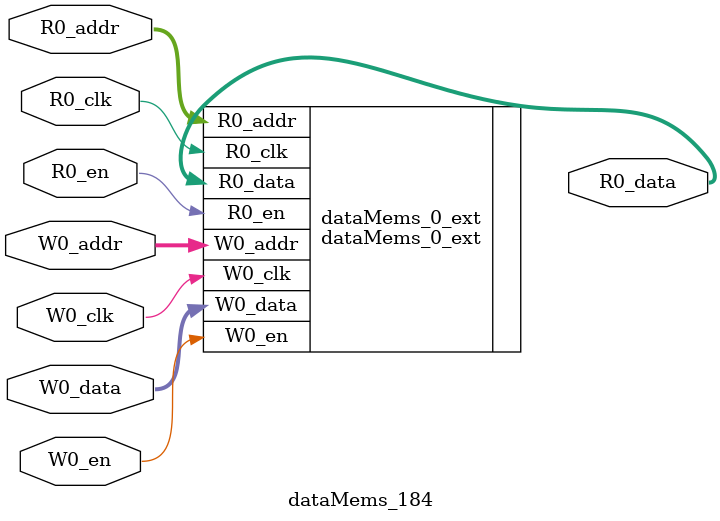
<source format=sv>
`ifndef RANDOMIZE
  `ifdef RANDOMIZE_REG_INIT
    `define RANDOMIZE
  `endif // RANDOMIZE_REG_INIT
`endif // not def RANDOMIZE
`ifndef RANDOMIZE
  `ifdef RANDOMIZE_MEM_INIT
    `define RANDOMIZE
  `endif // RANDOMIZE_MEM_INIT
`endif // not def RANDOMIZE

`ifndef RANDOM
  `define RANDOM $random
`endif // not def RANDOM

// Users can define 'PRINTF_COND' to add an extra gate to prints.
`ifndef PRINTF_COND_
  `ifdef PRINTF_COND
    `define PRINTF_COND_ (`PRINTF_COND)
  `else  // PRINTF_COND
    `define PRINTF_COND_ 1
  `endif // PRINTF_COND
`endif // not def PRINTF_COND_

// Users can define 'ASSERT_VERBOSE_COND' to add an extra gate to assert error printing.
`ifndef ASSERT_VERBOSE_COND_
  `ifdef ASSERT_VERBOSE_COND
    `define ASSERT_VERBOSE_COND_ (`ASSERT_VERBOSE_COND)
  `else  // ASSERT_VERBOSE_COND
    `define ASSERT_VERBOSE_COND_ 1
  `endif // ASSERT_VERBOSE_COND
`endif // not def ASSERT_VERBOSE_COND_

// Users can define 'STOP_COND' to add an extra gate to stop conditions.
`ifndef STOP_COND_
  `ifdef STOP_COND
    `define STOP_COND_ (`STOP_COND)
  `else  // STOP_COND
    `define STOP_COND_ 1
  `endif // STOP_COND
`endif // not def STOP_COND_

// Users can define INIT_RANDOM as general code that gets injected into the
// initializer block for modules with registers.
`ifndef INIT_RANDOM
  `define INIT_RANDOM
`endif // not def INIT_RANDOM

// If using random initialization, you can also define RANDOMIZE_DELAY to
// customize the delay used, otherwise 0.002 is used.
`ifndef RANDOMIZE_DELAY
  `define RANDOMIZE_DELAY 0.002
`endif // not def RANDOMIZE_DELAY

// Define INIT_RANDOM_PROLOG_ for use in our modules below.
`ifndef INIT_RANDOM_PROLOG_
  `ifdef RANDOMIZE
    `ifdef VERILATOR
      `define INIT_RANDOM_PROLOG_ `INIT_RANDOM
    `else  // VERILATOR
      `define INIT_RANDOM_PROLOG_ `INIT_RANDOM #`RANDOMIZE_DELAY begin end
    `endif // VERILATOR
  `else  // RANDOMIZE
    `define INIT_RANDOM_PROLOG_
  `endif // RANDOMIZE
`endif // not def INIT_RANDOM_PROLOG_

// Include register initializers in init blocks unless synthesis is set
`ifndef SYNTHESIS
  `ifndef ENABLE_INITIAL_REG_
    `define ENABLE_INITIAL_REG_
  `endif // not def ENABLE_INITIAL_REG_
`endif // not def SYNTHESIS

// Include rmemory initializers in init blocks unless synthesis is set
`ifndef SYNTHESIS
  `ifndef ENABLE_INITIAL_MEM_
    `define ENABLE_INITIAL_MEM_
  `endif // not def ENABLE_INITIAL_MEM_
`endif // not def SYNTHESIS

module dataMems_184(	// @[generators/ara/src/main/scala/UnsafeAXI4ToTL.scala:365:62]
  input  [4:0]  R0_addr,
  input         R0_en,
  input         R0_clk,
  output [66:0] R0_data,
  input  [4:0]  W0_addr,
  input         W0_en,
  input         W0_clk,
  input  [66:0] W0_data
);

  dataMems_0_ext dataMems_0_ext (	// @[generators/ara/src/main/scala/UnsafeAXI4ToTL.scala:365:62]
    .R0_addr (R0_addr),
    .R0_en   (R0_en),
    .R0_clk  (R0_clk),
    .R0_data (R0_data),
    .W0_addr (W0_addr),
    .W0_en   (W0_en),
    .W0_clk  (W0_clk),
    .W0_data (W0_data)
  );
endmodule


</source>
